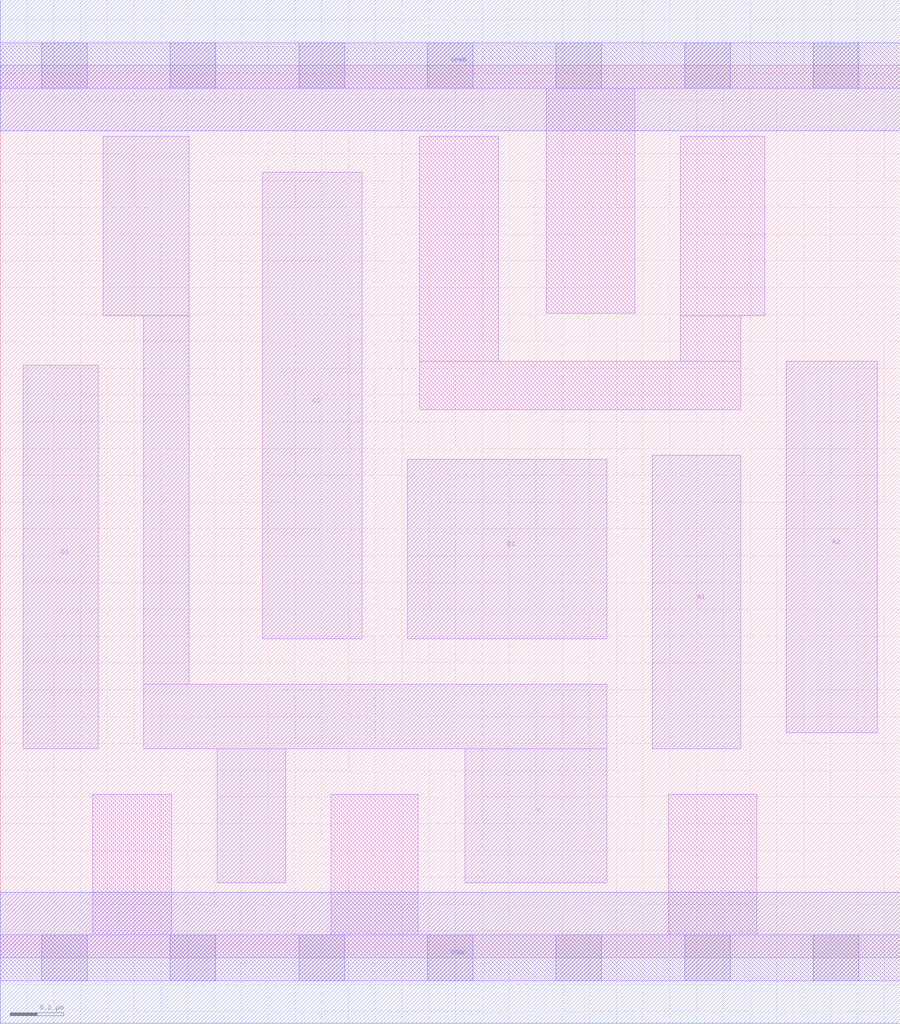
<source format=lef>
# Copyright 2020 The SkyWater PDK Authors
#
# Licensed under the Apache License, Version 2.0 (the "License");
# you may not use this file except in compliance with the License.
# You may obtain a copy of the License at
#
#     https://www.apache.org/licenses/LICENSE-2.0
#
# Unless required by applicable law or agreed to in writing, software
# distributed under the License is distributed on an "AS IS" BASIS,
# WITHOUT WARRANTIES OR CONDITIONS OF ANY KIND, either express or implied.
# See the License for the specific language governing permissions and
# limitations under the License.
#
# SPDX-License-Identifier: Apache-2.0

VERSION 5.7 ;
  NAMESCASESENSITIVE ON ;
  NOWIREEXTENSIONATPIN ON ;
  DIVIDERCHAR "/" ;
  BUSBITCHARS "[]" ;
UNITS
  DATABASE MICRONS 200 ;
END UNITS
MACRO sky130_fd_sc_lp__a2111oi_0
  CLASS CORE ;
  SOURCE USER ;
  FOREIGN sky130_fd_sc_lp__a2111oi_0 ;
  ORIGIN  0.000000  0.000000 ;
  SIZE  3.360000 BY  3.330000 ;
  SYMMETRY X Y R90 ;
  SITE unit ;
  PIN A1
    ANTENNAGATEAREA  0.159000 ;
    DIRECTION INPUT ;
    USE SIGNAL ;
    PORT
      LAYER li1 ;
        RECT 2.435000 0.780000 2.765000 1.875000 ;
    END
  END A1
  PIN A2
    ANTENNAGATEAREA  0.159000 ;
    DIRECTION INPUT ;
    USE SIGNAL ;
    PORT
      LAYER li1 ;
        RECT 2.935000 0.840000 3.275000 2.225000 ;
    END
  END A2
  PIN B1
    ANTENNAGATEAREA  0.159000 ;
    DIRECTION INPUT ;
    USE SIGNAL ;
    PORT
      LAYER li1 ;
        RECT 1.520000 1.190000 2.265000 1.860000 ;
    END
  END B1
  PIN C1
    ANTENNAGATEAREA  0.159000 ;
    DIRECTION INPUT ;
    USE SIGNAL ;
    PORT
      LAYER li1 ;
        RECT 0.980000 1.190000 1.350000 2.930000 ;
    END
  END C1
  PIN D1
    ANTENNAGATEAREA  0.159000 ;
    DIRECTION INPUT ;
    USE SIGNAL ;
    PORT
      LAYER li1 ;
        RECT 0.085000 0.780000 0.365000 2.210000 ;
    END
  END D1
  PIN Y
    ANTENNADIFFAREA  0.424000 ;
    DIRECTION OUTPUT ;
    USE SIGNAL ;
    PORT
      LAYER li1 ;
        RECT 0.385000 2.395000 0.705000 3.065000 ;
        RECT 0.535000 0.780000 2.265000 1.020000 ;
        RECT 0.535000 1.020000 0.705000 2.395000 ;
        RECT 0.810000 0.280000 1.065000 0.780000 ;
        RECT 1.735000 0.280000 2.265000 0.780000 ;
    END
  END Y
  PIN VGND
    DIRECTION INOUT ;
    USE GROUND ;
    PORT
      LAYER met1 ;
        RECT 0.000000 -0.245000 3.360000 0.245000 ;
    END
  END VGND
  PIN VPWR
    DIRECTION INOUT ;
    USE POWER ;
    PORT
      LAYER met1 ;
        RECT 0.000000 3.085000 3.360000 3.575000 ;
    END
  END VPWR
  OBS
    LAYER li1 ;
      RECT 0.000000 -0.085000 3.360000 0.085000 ;
      RECT 0.000000  3.245000 3.360000 3.415000 ;
      RECT 0.345000  0.085000 0.640000 0.610000 ;
      RECT 1.235000  0.085000 1.560000 0.610000 ;
      RECT 1.565000  2.045000 2.765000 2.225000 ;
      RECT 1.565000  2.225000 1.860000 3.065000 ;
      RECT 2.040000  2.405000 2.370000 3.245000 ;
      RECT 2.495000  0.085000 2.825000 0.610000 ;
      RECT 2.540000  2.225000 2.765000 2.395000 ;
      RECT 2.540000  2.395000 2.855000 3.065000 ;
    LAYER mcon ;
      RECT 0.155000 -0.085000 0.325000 0.085000 ;
      RECT 0.155000  3.245000 0.325000 3.415000 ;
      RECT 0.635000 -0.085000 0.805000 0.085000 ;
      RECT 0.635000  3.245000 0.805000 3.415000 ;
      RECT 1.115000 -0.085000 1.285000 0.085000 ;
      RECT 1.115000  3.245000 1.285000 3.415000 ;
      RECT 1.595000 -0.085000 1.765000 0.085000 ;
      RECT 1.595000  3.245000 1.765000 3.415000 ;
      RECT 2.075000 -0.085000 2.245000 0.085000 ;
      RECT 2.075000  3.245000 2.245000 3.415000 ;
      RECT 2.555000 -0.085000 2.725000 0.085000 ;
      RECT 2.555000  3.245000 2.725000 3.415000 ;
      RECT 3.035000 -0.085000 3.205000 0.085000 ;
      RECT 3.035000  3.245000 3.205000 3.415000 ;
  END
END sky130_fd_sc_lp__a2111oi_0

</source>
